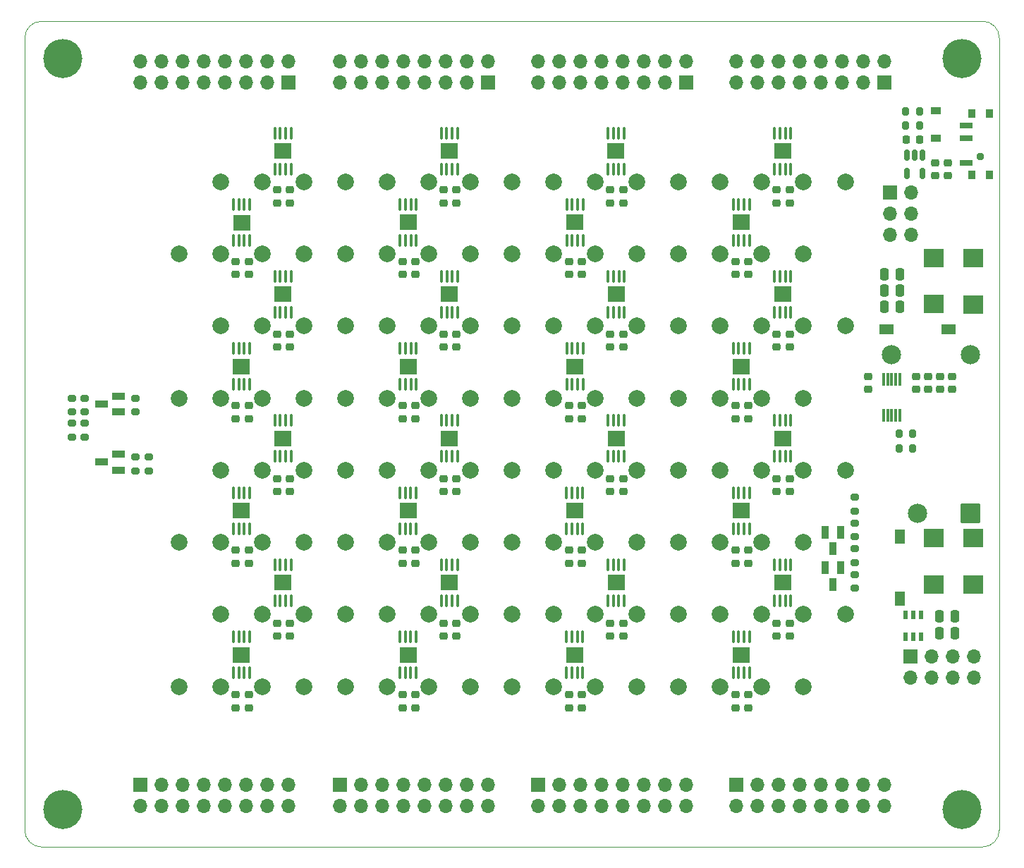
<source format=gts>
G04 #@! TF.GenerationSoftware,KiCad,Pcbnew,(6.0.10)*
G04 #@! TF.CreationDate,2023-12-11T17:01:48-05:00*
G04 #@! TF.ProjectId,UltrasonicDrive,556c7472-6173-46f6-9e69-634472697665,rev?*
G04 #@! TF.SameCoordinates,Original*
G04 #@! TF.FileFunction,Soldermask,Top*
G04 #@! TF.FilePolarity,Negative*
%FSLAX46Y46*%
G04 Gerber Fmt 4.6, Leading zero omitted, Abs format (unit mm)*
G04 Created by KiCad (PCBNEW (6.0.10)) date 2023-12-11 17:01:48*
%MOMM*%
%LPD*%
G01*
G04 APERTURE LIST*
G04 Aperture macros list*
%AMRoundRect*
0 Rectangle with rounded corners*
0 $1 Rounding radius*
0 $2 $3 $4 $5 $6 $7 $8 $9 X,Y pos of 4 corners*
0 Add a 4 corners polygon primitive as box body*
4,1,4,$2,$3,$4,$5,$6,$7,$8,$9,$2,$3,0*
0 Add four circle primitives for the rounded corners*
1,1,$1+$1,$2,$3*
1,1,$1+$1,$4,$5*
1,1,$1+$1,$6,$7*
1,1,$1+$1,$8,$9*
0 Add four rect primitives between the rounded corners*
20,1,$1+$1,$2,$3,$4,$5,0*
20,1,$1+$1,$4,$5,$6,$7,0*
20,1,$1+$1,$6,$7,$8,$9,0*
20,1,$1+$1,$8,$9,$2,$3,0*%
G04 Aperture macros list end*
G04 #@! TA.AperFunction,Profile*
%ADD10C,0.100000*%
G04 #@! TD*
%ADD11RoundRect,0.225000X0.250000X-0.225000X0.250000X0.225000X-0.250000X0.225000X-0.250000X-0.225000X0*%
%ADD12RoundRect,0.100000X-0.100000X0.625000X-0.100000X-0.625000X0.100000X-0.625000X0.100000X0.625000X0*%
%ADD13R,2.150000X1.950000*%
%ADD14RoundRect,0.225000X-0.250000X0.225000X-0.250000X-0.225000X0.250000X-0.225000X0.250000X0.225000X0*%
%ADD15R,1.700000X1.700000*%
%ADD16O,1.700000X1.700000*%
%ADD17RoundRect,0.200000X-0.275000X0.200000X-0.275000X-0.200000X0.275000X-0.200000X0.275000X0.200000X0*%
%ADD18RoundRect,0.250000X0.250000X0.475000X-0.250000X0.475000X-0.250000X-0.475000X0.250000X-0.475000X0*%
%ADD19R,1.600200X0.863600*%
%ADD20R,2.449195X2.179396*%
%ADD21R,1.219200X1.778000*%
%ADD22C,4.700000*%
%ADD23R,0.863600X1.600200*%
%ADD24RoundRect,0.200000X0.200000X0.275000X-0.200000X0.275000X-0.200000X-0.275000X0.200000X-0.275000X0*%
%ADD25RoundRect,0.200000X0.275000X-0.200000X0.275000X0.200000X-0.275000X0.200000X-0.275000X-0.200000X0*%
%ADD26R,1.200000X0.900000*%
%ADD27RoundRect,0.200000X-0.200000X-0.275000X0.200000X-0.275000X0.200000X0.275000X-0.200000X0.275000X0*%
%ADD28RoundRect,0.150000X-0.150000X0.512500X-0.150000X-0.512500X0.150000X-0.512500X0.150000X0.512500X0*%
%ADD29C,0.939800*%
%ADD30R,1.498600X0.711200*%
%ADD31R,0.812800X0.990600*%
%ADD32R,1.778000X1.219200*%
%ADD33R,0.330200X1.524000*%
%ADD34R,0.508000X1.016000*%
%ADD35RoundRect,0.225000X0.225000X0.250000X-0.225000X0.250000X-0.225000X-0.250000X0.225000X-0.250000X0*%
%ADD36C,2.004000*%
%ADD37RoundRect,0.102000X1.050000X-1.050000X1.050000X1.050000X-1.050000X1.050000X-1.050000X-1.050000X0*%
%ADD38C,2.304000*%
G04 APERTURE END LIST*
D10*
X312719114Y-47450000D02*
X312714900Y-142595786D01*
X312719100Y-47450000D02*
G75*
G03*
X310719114Y-45450000I-2000000J0D01*
G01*
X195723314Y-142595786D02*
G75*
G03*
X197723328Y-144595786I1999986J-14D01*
G01*
X195723328Y-142595786D02*
X195723328Y-47454213D01*
X197723328Y-45454213D02*
X310719114Y-45450000D01*
X310714900Y-144595786D02*
X197723328Y-144595786D01*
X310714900Y-144595800D02*
G75*
G03*
X312714900Y-142595786I0J2000000D01*
G01*
X197723328Y-45454228D02*
G75*
G03*
X195723328Y-47454213I-28J-1999972D01*
G01*
D11*
X305620000Y-89640000D03*
X305620000Y-88090000D03*
D12*
X287675000Y-58900000D03*
X287025000Y-58900000D03*
X286375000Y-58900000D03*
X285725000Y-58900000D03*
X285725000Y-63200000D03*
X286375000Y-63200000D03*
X287025000Y-63200000D03*
X287675000Y-63200000D03*
D13*
X286700000Y-61050000D03*
D14*
X221050000Y-74275000D03*
X221050000Y-75825000D03*
X282600000Y-126325000D03*
X282600000Y-127875000D03*
X222600000Y-91625000D03*
X222600000Y-93175000D03*
X262600000Y-126325000D03*
X262600000Y-127875000D03*
D15*
X302089954Y-121717500D03*
D16*
X302089954Y-124257500D03*
X304629954Y-121717500D03*
X304629954Y-124257500D03*
X307169954Y-121717500D03*
X307169954Y-124257500D03*
X309709954Y-121717500D03*
X309709954Y-124257500D03*
D17*
X295330000Y-111880000D03*
X295330000Y-113530000D03*
D14*
X286000000Y-65700000D03*
X286000000Y-67250000D03*
X227550000Y-100400000D03*
X227550000Y-101950000D03*
D18*
X300820000Y-77760000D03*
X298920000Y-77760000D03*
D19*
X206954834Y-99350000D03*
X206954834Y-97449998D03*
X204943834Y-98399999D03*
D20*
X304870000Y-79436494D03*
X304870000Y-73863506D03*
D14*
X281050000Y-74275000D03*
X281050000Y-75825000D03*
X242600000Y-108975000D03*
X242600000Y-110525000D03*
D12*
X262712020Y-102074487D03*
X262062020Y-102074487D03*
X261412020Y-102074487D03*
X260762020Y-102074487D03*
X260762020Y-106374487D03*
X261412020Y-106374487D03*
X262062020Y-106374487D03*
X262712020Y-106374487D03*
D13*
X261737020Y-104224487D03*
D14*
X247550000Y-100400000D03*
X247550000Y-101950000D03*
D19*
X206955250Y-92350252D03*
X206955250Y-90450250D03*
X204944250Y-91400251D03*
D11*
X302700000Y-89625000D03*
X302700000Y-88075000D03*
D14*
X262600000Y-91625000D03*
X262600000Y-93175000D03*
D21*
X300770000Y-107307000D03*
X300770000Y-114800000D03*
D14*
X267550000Y-83050000D03*
X267550000Y-84600000D03*
X282600000Y-91625000D03*
X282600000Y-93175000D03*
D12*
X247677020Y-93391028D03*
X247027020Y-93391028D03*
X246377020Y-93391028D03*
X245727020Y-93391028D03*
X245727020Y-97691028D03*
X246377020Y-97691028D03*
X247027020Y-97691028D03*
X247677020Y-97691028D03*
D13*
X246702020Y-95541028D03*
D12*
X242712020Y-119394995D03*
X242062020Y-119394995D03*
X241412020Y-119394995D03*
X240762020Y-119394995D03*
X240762020Y-123694995D03*
X241412020Y-123694995D03*
X242062020Y-123694995D03*
X242712020Y-123694995D03*
D13*
X241737020Y-121544995D03*
D22*
X200250114Y-140100000D03*
D17*
X202932832Y-90713004D03*
X202932832Y-92363004D03*
D11*
X305050000Y-63975000D03*
X305050000Y-62425000D03*
D23*
X293680001Y-106796000D03*
X291779999Y-106796000D03*
X292730000Y-108807000D03*
D14*
X296975000Y-88075000D03*
X296975000Y-89625000D03*
X226000000Y-83050000D03*
X226000000Y-84600000D03*
X287550000Y-83050000D03*
X287550000Y-84600000D03*
D12*
X242730000Y-67449459D03*
X242080000Y-67449459D03*
X241430000Y-67449459D03*
X240780000Y-67449459D03*
X240780000Y-71749459D03*
X241430000Y-71749459D03*
X242080000Y-71749459D03*
X242730000Y-71749459D03*
D13*
X241755000Y-69599459D03*
D12*
X262712020Y-119394995D03*
X262062020Y-119394995D03*
X261412020Y-119394995D03*
X260762020Y-119394995D03*
X260762020Y-123694995D03*
X261412020Y-123694995D03*
X262062020Y-123694995D03*
X262712020Y-123694995D03*
D13*
X261737020Y-121544995D03*
D14*
X226000000Y-65700000D03*
X226000000Y-67250000D03*
D18*
X307420000Y-116890000D03*
X305520000Y-116890000D03*
D11*
X304160000Y-89630000D03*
X304160000Y-88080000D03*
D18*
X307420000Y-118970000D03*
X305520000Y-118970000D03*
D14*
X222600000Y-108975000D03*
X222600000Y-110525000D03*
X226000000Y-117750000D03*
X226000000Y-119300000D03*
X221050000Y-126325000D03*
X221050000Y-127875000D03*
X261050000Y-91625000D03*
X261050000Y-93175000D03*
X241050000Y-126325000D03*
X241050000Y-127875000D03*
D24*
X302325000Y-96790000D03*
X300675000Y-96790000D03*
D14*
X266000000Y-117750000D03*
X266000000Y-119300000D03*
X286000000Y-83050000D03*
X286000000Y-84600000D03*
D22*
X308250089Y-49950000D03*
D15*
X227405000Y-52840000D03*
D16*
X227405000Y-50300000D03*
X224865000Y-52840000D03*
X224865000Y-50300000D03*
X222325000Y-52840000D03*
X222325000Y-50300000D03*
X219785000Y-52840000D03*
X219785000Y-50300000D03*
X217245000Y-52840000D03*
X217245000Y-50300000D03*
X214705000Y-52840000D03*
X214705000Y-50300000D03*
X212165000Y-52840000D03*
X212165000Y-50300000D03*
X209625000Y-52840000D03*
X209625000Y-50300000D03*
D25*
X208999750Y-92375251D03*
X208999750Y-90725251D03*
D12*
X247675000Y-58900000D03*
X247025000Y-58900000D03*
X246375000Y-58900000D03*
X245725000Y-58900000D03*
X245725000Y-63200000D03*
X246375000Y-63200000D03*
X247025000Y-63200000D03*
X247675000Y-63200000D03*
D13*
X246700000Y-61050000D03*
D15*
X299590000Y-66000000D03*
D16*
X302130000Y-66000000D03*
X299590000Y-68540000D03*
X302130000Y-68540000D03*
X299590000Y-71080000D03*
X302130000Y-71080000D03*
D14*
X261050000Y-108975000D03*
X261050000Y-110525000D03*
D18*
X300820000Y-75797500D03*
X298920000Y-75797500D03*
D12*
X267675000Y-58900000D03*
X267025000Y-58900000D03*
X266375000Y-58900000D03*
X265725000Y-58900000D03*
X265725000Y-63200000D03*
X266375000Y-63200000D03*
X267025000Y-63200000D03*
X267675000Y-63200000D03*
D13*
X266700000Y-61050000D03*
D14*
X266000000Y-65700000D03*
X266000000Y-67250000D03*
X281050000Y-108975000D03*
X281050000Y-110525000D03*
D12*
X282730000Y-84756508D03*
X282080000Y-84756508D03*
X281430000Y-84756508D03*
X280780000Y-84756508D03*
X280780000Y-89056508D03*
X281430000Y-89056508D03*
X282080000Y-89056508D03*
X282730000Y-89056508D03*
D13*
X281755000Y-86906508D03*
D14*
X246000000Y-65700000D03*
X246000000Y-67250000D03*
D12*
X247693274Y-76070681D03*
X247043274Y-76070681D03*
X246393274Y-76070681D03*
X245743274Y-76070681D03*
X245743274Y-80370681D03*
X246393274Y-80370681D03*
X247043274Y-80370681D03*
X247693274Y-80370681D03*
D13*
X246718274Y-78220681D03*
D14*
X261050000Y-74275000D03*
X261050000Y-75825000D03*
X287550000Y-100400000D03*
X287550000Y-101950000D03*
D15*
X298905000Y-52840000D03*
D16*
X298905000Y-50300000D03*
X296365000Y-52840000D03*
X296365000Y-50300000D03*
X293825000Y-52840000D03*
X293825000Y-50300000D03*
X291285000Y-52840000D03*
X291285000Y-50300000D03*
X288745000Y-52840000D03*
X288745000Y-50300000D03*
X286205000Y-52840000D03*
X286205000Y-50300000D03*
X283665000Y-52840000D03*
X283665000Y-50300000D03*
X281125000Y-52840000D03*
X281125000Y-50300000D03*
D12*
X247677020Y-110711536D03*
X247027020Y-110711536D03*
X246377020Y-110711536D03*
X245727020Y-110711536D03*
X245727020Y-115011536D03*
X246377020Y-115011536D03*
X247027020Y-115011536D03*
X247677020Y-115011536D03*
D13*
X246702020Y-112861536D03*
D14*
X266000000Y-100400000D03*
X266000000Y-101950000D03*
D17*
X201380000Y-93730000D03*
X201380000Y-95380000D03*
D15*
X233517500Y-137160000D03*
D16*
X233517500Y-139700000D03*
X236057500Y-137160000D03*
X236057500Y-139700000D03*
X238597500Y-137160000D03*
X238597500Y-139700000D03*
X241137500Y-137160000D03*
X241137500Y-139700000D03*
X243677500Y-137160000D03*
X243677500Y-139700000D03*
X246217500Y-137160000D03*
X246217500Y-139700000D03*
X248757500Y-137160000D03*
X248757500Y-139700000D03*
X251297500Y-137160000D03*
X251297500Y-139700000D03*
D26*
X305062500Y-59525000D03*
X305062500Y-56225000D03*
D11*
X307080000Y-89640000D03*
X307080000Y-88090000D03*
D14*
X242600000Y-74275000D03*
X242600000Y-75825000D03*
D12*
X242712020Y-102074487D03*
X242062020Y-102074487D03*
X241412020Y-102074487D03*
X240762020Y-102074487D03*
X240762020Y-106374487D03*
X241412020Y-106374487D03*
X242062020Y-106374487D03*
X242712020Y-106374487D03*
D13*
X241737020Y-104224487D03*
D15*
X281125000Y-137160000D03*
D16*
X281125000Y-139700000D03*
X283665000Y-137160000D03*
X283665000Y-139700000D03*
X286205000Y-137160000D03*
X286205000Y-139700000D03*
X288745000Y-137160000D03*
X288745000Y-139700000D03*
X291285000Y-137160000D03*
X291285000Y-139700000D03*
X293825000Y-137160000D03*
X293825000Y-139700000D03*
X296365000Y-137160000D03*
X296365000Y-139700000D03*
X298905000Y-137160000D03*
X298905000Y-139700000D03*
D12*
X267677020Y-110711536D03*
X267027020Y-110711536D03*
X266377020Y-110711536D03*
X265727020Y-110711536D03*
X265727020Y-115011536D03*
X266377020Y-115011536D03*
X267027020Y-115011536D03*
X267677020Y-115011536D03*
D13*
X266702020Y-112861536D03*
D14*
X267550000Y-100400000D03*
X267550000Y-101950000D03*
D27*
X301487500Y-56275000D03*
X303137500Y-56275000D03*
D14*
X221050000Y-91625000D03*
X221050000Y-93175000D03*
D12*
X222712020Y-84753979D03*
X222062020Y-84753979D03*
X221412020Y-84753979D03*
X220762020Y-84753979D03*
X220762020Y-89053979D03*
X221412020Y-89053979D03*
X222062020Y-89053979D03*
X222712020Y-89053979D03*
D13*
X221737020Y-86903979D03*
D14*
X227550000Y-65700000D03*
X227550000Y-67250000D03*
X242600000Y-91625000D03*
X242600000Y-93175000D03*
X261050000Y-126325000D03*
X261050000Y-127875000D03*
D12*
X267677020Y-93391028D03*
X267027020Y-93391028D03*
X266377020Y-93391028D03*
X265727020Y-93391028D03*
X265727020Y-97691028D03*
X266377020Y-97691028D03*
X267027020Y-97691028D03*
X267677020Y-97691028D03*
D13*
X266702020Y-95541028D03*
D12*
X287677020Y-93391028D03*
X287027020Y-93391028D03*
X286377020Y-93391028D03*
X285727020Y-93391028D03*
X285727020Y-97691028D03*
X286377020Y-97691028D03*
X287027020Y-97691028D03*
X287677020Y-97691028D03*
D13*
X286702020Y-95541028D03*
D12*
X227677020Y-110711536D03*
X227027020Y-110711536D03*
X226377020Y-110711536D03*
X225727020Y-110711536D03*
X225727020Y-115011536D03*
X226377020Y-115011536D03*
X227027020Y-115011536D03*
X227677020Y-115011536D03*
D13*
X226702020Y-112861536D03*
D17*
X210577750Y-97774999D03*
X210577750Y-99424999D03*
D12*
X222730000Y-67466000D03*
X222080000Y-67466000D03*
X221430000Y-67466000D03*
X220780000Y-67466000D03*
X220780000Y-71766000D03*
X221430000Y-71766000D03*
X222080000Y-71766000D03*
X222730000Y-71766000D03*
D13*
X221755000Y-69616000D03*
D14*
X286000000Y-100400000D03*
X286000000Y-101950000D03*
D27*
X301487500Y-57975000D03*
X303137500Y-57975000D03*
D28*
X303487500Y-61487500D03*
X302537500Y-61487500D03*
X301587500Y-61487500D03*
X301587500Y-63762500D03*
X303487500Y-63762500D03*
D23*
X293680001Y-111074500D03*
X291779999Y-111074500D03*
X292730000Y-113085500D03*
D14*
X262600000Y-74275000D03*
X262600000Y-75825000D03*
D12*
X287695000Y-76073049D03*
X287045000Y-76073049D03*
X286395000Y-76073049D03*
X285745000Y-76073049D03*
X285745000Y-80373049D03*
X286395000Y-80373049D03*
X287045000Y-80373049D03*
X287695000Y-80373049D03*
D13*
X286720000Y-78223049D03*
D29*
X310449999Y-61720000D03*
D30*
X308700000Y-62470001D03*
X308700000Y-59469999D03*
X308700000Y-57969999D03*
D31*
X309400001Y-63870000D03*
X309400001Y-56570000D03*
X311500000Y-63870000D03*
X311500000Y-56570000D03*
D14*
X222600000Y-74275000D03*
X222600000Y-75825000D03*
D12*
X227677020Y-76070520D03*
X227027020Y-76070520D03*
X226377020Y-76070520D03*
X225727020Y-76070520D03*
X225727020Y-80370520D03*
X226377020Y-80370520D03*
X227027020Y-80370520D03*
X227677020Y-80370520D03*
D13*
X226702020Y-78220520D03*
D14*
X267550000Y-65700000D03*
X267550000Y-67250000D03*
X227550000Y-117750000D03*
X227550000Y-119300000D03*
X281050000Y-91625000D03*
X281050000Y-93175000D03*
D12*
X262728274Y-84754140D03*
X262078274Y-84754140D03*
X261428274Y-84754140D03*
X260778274Y-84754140D03*
X260778274Y-89054140D03*
X261428274Y-89054140D03*
X262078274Y-89054140D03*
X262728274Y-89054140D03*
D13*
X261753274Y-86904140D03*
D32*
X299143500Y-82440000D03*
X306636500Y-82440000D03*
D12*
X282730000Y-67449459D03*
X282080000Y-67449459D03*
X281430000Y-67449459D03*
X280780000Y-67449459D03*
X280780000Y-71749459D03*
X281430000Y-71749459D03*
X282080000Y-71749459D03*
X282730000Y-71749459D03*
D13*
X281755000Y-69599459D03*
D14*
X227550000Y-83050000D03*
X227550000Y-84600000D03*
D25*
X295330000Y-110426500D03*
X295330000Y-108776500D03*
D12*
X222712020Y-119394995D03*
X222062020Y-119394995D03*
X221412020Y-119394995D03*
X220762020Y-119394995D03*
X220762020Y-123694995D03*
X221412020Y-123694995D03*
X222062020Y-123694995D03*
X222712020Y-123694995D03*
D13*
X221737020Y-121544995D03*
D14*
X282600000Y-108975000D03*
X282600000Y-110525000D03*
X281050000Y-126325000D03*
X281050000Y-127875000D03*
X287550000Y-65700000D03*
X287550000Y-67250000D03*
D33*
X300800001Y-88428300D03*
X300299999Y-88428300D03*
X299800000Y-88428300D03*
X299300001Y-88428300D03*
X298799999Y-88428300D03*
X298799999Y-92771700D03*
X299300001Y-92771700D03*
X299800000Y-92771700D03*
X300299999Y-92771700D03*
X300800001Y-92771700D03*
D14*
X247550000Y-65700000D03*
X247550000Y-67250000D03*
D12*
X287677020Y-110711536D03*
X287027020Y-110711536D03*
X286377020Y-110711536D03*
X285727020Y-110711536D03*
X285727020Y-115011536D03*
X286377020Y-115011536D03*
X287027020Y-115011536D03*
X287677020Y-115011536D03*
D13*
X286702020Y-112861536D03*
D14*
X266000000Y-83050000D03*
X266000000Y-84600000D03*
D11*
X306575000Y-63975000D03*
X306575000Y-62425000D03*
D12*
X227675000Y-58900000D03*
X227025000Y-58900000D03*
X226375000Y-58900000D03*
X225725000Y-58900000D03*
X225725000Y-63200000D03*
X226375000Y-63200000D03*
X227025000Y-63200000D03*
X227675000Y-63200000D03*
D13*
X226700000Y-61050000D03*
D14*
X246000000Y-117750000D03*
X246000000Y-119300000D03*
D17*
X295321500Y-102630000D03*
X295321500Y-104280000D03*
D14*
X221050000Y-108975000D03*
X221050000Y-110525000D03*
X241050000Y-108975000D03*
X241050000Y-110525000D03*
X247550000Y-117750000D03*
X247550000Y-119300000D03*
D20*
X309620000Y-107537012D03*
X309620000Y-113110000D03*
D22*
X308250072Y-140100000D03*
D20*
X309610000Y-79456494D03*
X309610000Y-73883506D03*
D15*
X251297500Y-52840000D03*
D16*
X251297500Y-50300000D03*
X248757500Y-52840000D03*
X248757500Y-50300000D03*
X246217500Y-52840000D03*
X246217500Y-50300000D03*
X243677500Y-52840000D03*
X243677500Y-50300000D03*
X241137500Y-52840000D03*
X241137500Y-50300000D03*
X238597500Y-52840000D03*
X238597500Y-50300000D03*
X236057500Y-52840000D03*
X236057500Y-50300000D03*
X233517500Y-52840000D03*
X233517500Y-50300000D03*
D14*
X262600000Y-108975000D03*
X262600000Y-110525000D03*
X241050000Y-91625000D03*
X241050000Y-93175000D03*
D12*
X227677020Y-93391028D03*
X227027020Y-93391028D03*
X226377020Y-93391028D03*
X225727020Y-93391028D03*
X225727020Y-97691028D03*
X226377020Y-97691028D03*
X227027020Y-97691028D03*
X227677020Y-97691028D03*
D13*
X226702020Y-95541028D03*
D22*
X200250077Y-49950000D03*
D14*
X246000000Y-100400000D03*
X246000000Y-101950000D03*
X282600000Y-74275000D03*
X282600000Y-75825000D03*
D17*
X208972250Y-97774999D03*
X208972250Y-99424999D03*
D25*
X201382832Y-92363004D03*
X201382832Y-90713004D03*
D12*
X282712020Y-119394995D03*
X282062020Y-119394995D03*
X281412020Y-119394995D03*
X280762020Y-119394995D03*
X280762020Y-123694995D03*
X281412020Y-123694995D03*
X282062020Y-123694995D03*
X282712020Y-123694995D03*
D13*
X281737020Y-121544995D03*
D15*
X275120000Y-52840000D03*
D16*
X275120000Y-50300000D03*
X272580000Y-52840000D03*
X272580000Y-50300000D03*
X270040000Y-52840000D03*
X270040000Y-50300000D03*
X267500000Y-52840000D03*
X267500000Y-50300000D03*
X264960000Y-52840000D03*
X264960000Y-50300000D03*
X262420000Y-52840000D03*
X262420000Y-50300000D03*
X259880000Y-52840000D03*
X259880000Y-50300000D03*
X257340000Y-52840000D03*
X257340000Y-50300000D03*
D14*
X241050000Y-74275000D03*
X241050000Y-75825000D03*
X286000000Y-117750000D03*
X286000000Y-119300000D03*
D15*
X209625000Y-137160000D03*
D16*
X209625000Y-139700000D03*
X212165000Y-137160000D03*
X212165000Y-139700000D03*
X214705000Y-137160000D03*
X214705000Y-139700000D03*
X217245000Y-137160000D03*
X217245000Y-139700000D03*
X219785000Y-137160000D03*
X219785000Y-139700000D03*
X222325000Y-137160000D03*
X222325000Y-139700000D03*
X224865000Y-137160000D03*
X224865000Y-139700000D03*
X227405000Y-137160000D03*
X227405000Y-139700000D03*
D24*
X302325000Y-95000000D03*
X300675000Y-95000000D03*
D14*
X287550000Y-117750000D03*
X287550000Y-119300000D03*
D15*
X257340000Y-137160000D03*
D16*
X257340000Y-139700000D03*
X259880000Y-137160000D03*
X259880000Y-139700000D03*
X262420000Y-137160000D03*
X262420000Y-139700000D03*
X264960000Y-137160000D03*
X264960000Y-139700000D03*
X267500000Y-137160000D03*
X267500000Y-139700000D03*
X270040000Y-137160000D03*
X270040000Y-139700000D03*
X272580000Y-137160000D03*
X272580000Y-139700000D03*
X275120000Y-137160000D03*
X275120000Y-139700000D03*
D14*
X246000000Y-83050000D03*
X246000000Y-84600000D03*
D17*
X202940000Y-93735000D03*
X202940000Y-95385000D03*
D12*
X242728274Y-84754140D03*
X242078274Y-84754140D03*
X241428274Y-84754140D03*
X240778274Y-84754140D03*
X240778274Y-89054140D03*
X241428274Y-89054140D03*
X242078274Y-89054140D03*
X242728274Y-89054140D03*
D13*
X241753274Y-86904140D03*
D12*
X222712020Y-102074487D03*
X222062020Y-102074487D03*
X221412020Y-102074487D03*
X220762020Y-102074487D03*
X220762020Y-106374487D03*
X221412020Y-106374487D03*
X222062020Y-106374487D03*
X222712020Y-106374487D03*
D13*
X221737020Y-104224487D03*
D34*
X303340001Y-116726500D03*
X302390000Y-116726500D03*
X301439999Y-116726500D03*
X301439999Y-119393500D03*
X302390000Y-119393500D03*
X303340001Y-119393500D03*
D12*
X262730000Y-67449459D03*
X262080000Y-67449459D03*
X261430000Y-67449459D03*
X260780000Y-67449459D03*
X260780000Y-71749459D03*
X261430000Y-71749459D03*
X262080000Y-71749459D03*
X262730000Y-71749459D03*
D13*
X261755000Y-69599459D03*
D14*
X242600000Y-126325000D03*
X242600000Y-127875000D03*
D12*
X267693274Y-76070681D03*
X267043274Y-76070681D03*
X266393274Y-76070681D03*
X265743274Y-76070681D03*
X265743274Y-80370681D03*
X266393274Y-80370681D03*
X267043274Y-80370681D03*
X267693274Y-80370681D03*
D13*
X266718274Y-78220681D03*
D14*
X267550000Y-117750000D03*
X267550000Y-119300000D03*
D12*
X282712020Y-102074487D03*
X282062020Y-102074487D03*
X281412020Y-102074487D03*
X280762020Y-102074487D03*
X280762020Y-106374487D03*
X281412020Y-106374487D03*
X282062020Y-106374487D03*
X282712020Y-106374487D03*
D13*
X281737020Y-104224487D03*
D20*
X304880000Y-107517012D03*
X304880000Y-113090000D03*
D14*
X226000000Y-100400000D03*
X226000000Y-101950000D03*
X222600000Y-126325000D03*
X222600000Y-127875000D03*
D18*
X300820000Y-79720000D03*
X298920000Y-79720000D03*
D35*
X303112500Y-59675000D03*
X301562500Y-59675000D03*
D14*
X247550000Y-83050000D03*
X247550000Y-84600000D03*
D17*
X295330000Y-105705000D03*
X295330000Y-107355000D03*
D36*
X239220000Y-90702549D03*
X234220000Y-90702549D03*
X289220000Y-82042295D03*
X294220000Y-82042295D03*
X269220000Y-99354721D03*
X274220000Y-99354721D03*
X279220000Y-125335483D03*
X274220000Y-125335483D03*
X284220000Y-99354721D03*
X279220000Y-99354721D03*
X284220000Y-73382041D03*
X289220000Y-73382041D03*
X229220000Y-99354721D03*
X234220000Y-99354721D03*
X264220000Y-73382041D03*
X269220000Y-73382041D03*
X249220000Y-99354721D03*
X254220000Y-99354721D03*
D37*
X309260000Y-104530000D03*
D38*
X302920000Y-104530000D03*
X299740000Y-85470000D03*
X309260000Y-85470000D03*
D36*
X239220000Y-125335483D03*
X234220000Y-125335483D03*
X229220000Y-82042295D03*
X234220000Y-82042295D03*
X264220000Y-82042295D03*
X259220000Y-82042295D03*
X284220000Y-108014975D03*
X289220000Y-108014975D03*
X264220000Y-90702549D03*
X269220000Y-90702549D03*
X269220000Y-82042295D03*
X274220000Y-82042295D03*
X224220000Y-125335483D03*
X229220000Y-125335483D03*
X229220000Y-64721787D03*
X234220000Y-64721787D03*
X279220000Y-108014975D03*
X274220000Y-108014975D03*
X284210000Y-125328500D03*
X289210000Y-125328500D03*
X279220000Y-73382041D03*
X274220000Y-73382041D03*
X229220000Y-116675229D03*
X234220000Y-116675229D03*
X249220000Y-82042295D03*
X254220000Y-82042295D03*
X244220000Y-108014975D03*
X249220000Y-108014975D03*
X239220000Y-73382041D03*
X234220000Y-73382041D03*
X244220000Y-116675229D03*
X239220000Y-116675229D03*
X264220000Y-125335483D03*
X269220000Y-125335483D03*
X259220000Y-73382041D03*
X254220000Y-73382041D03*
X249220000Y-116675229D03*
X254220000Y-116675229D03*
X284220000Y-64721787D03*
X279220000Y-64721787D03*
X219220000Y-90702549D03*
X214220000Y-90702549D03*
X259220000Y-108014975D03*
X254220000Y-108014975D03*
X224220000Y-108014975D03*
X229220000Y-108014975D03*
X284220000Y-90702549D03*
X289220000Y-90702549D03*
X264220000Y-64721787D03*
X259220000Y-64721787D03*
X289220000Y-64721787D03*
X294220000Y-64721787D03*
X244220000Y-99354721D03*
X239220000Y-99354721D03*
X264220000Y-116675229D03*
X259220000Y-116675229D03*
X259220000Y-90702549D03*
X254220000Y-90702549D03*
X239220000Y-108014975D03*
X234220000Y-108014975D03*
X289220000Y-99354721D03*
X294220000Y-99354721D03*
X284220000Y-116675229D03*
X279220000Y-116675229D03*
X219220000Y-108014975D03*
X214220000Y-108014975D03*
X244220000Y-125335483D03*
X249220000Y-125335483D03*
X219220000Y-73382041D03*
X214220000Y-73382041D03*
X269220000Y-64721787D03*
X274220000Y-64721787D03*
X224220000Y-82042295D03*
X219220000Y-82042295D03*
X224220000Y-99354721D03*
X219220000Y-99354721D03*
X279220000Y-90702549D03*
X274220000Y-90702549D03*
X289220000Y-116675229D03*
X294220000Y-116675229D03*
X224220000Y-90702549D03*
X229220000Y-90702549D03*
X264220000Y-108014975D03*
X269220000Y-108014975D03*
X244220000Y-73382041D03*
X249220000Y-73382041D03*
X244220000Y-90702549D03*
X249220000Y-90702549D03*
X264220000Y-99354721D03*
X259220000Y-99354721D03*
X219220000Y-125335483D03*
X214220000Y-125335483D03*
X269220000Y-116675229D03*
X274220000Y-116675229D03*
X244220000Y-64721787D03*
X239220000Y-64721787D03*
X224220000Y-73382041D03*
X229220000Y-73382041D03*
X284220000Y-82042295D03*
X279220000Y-82042295D03*
X259220000Y-125335483D03*
X254220000Y-125335483D03*
X249220000Y-64721787D03*
X254220000Y-64721787D03*
X244220000Y-82042295D03*
X239220000Y-82042295D03*
X224220000Y-64721787D03*
X219220000Y-64721787D03*
X224220000Y-116675229D03*
X219220000Y-116675229D03*
M02*

</source>
